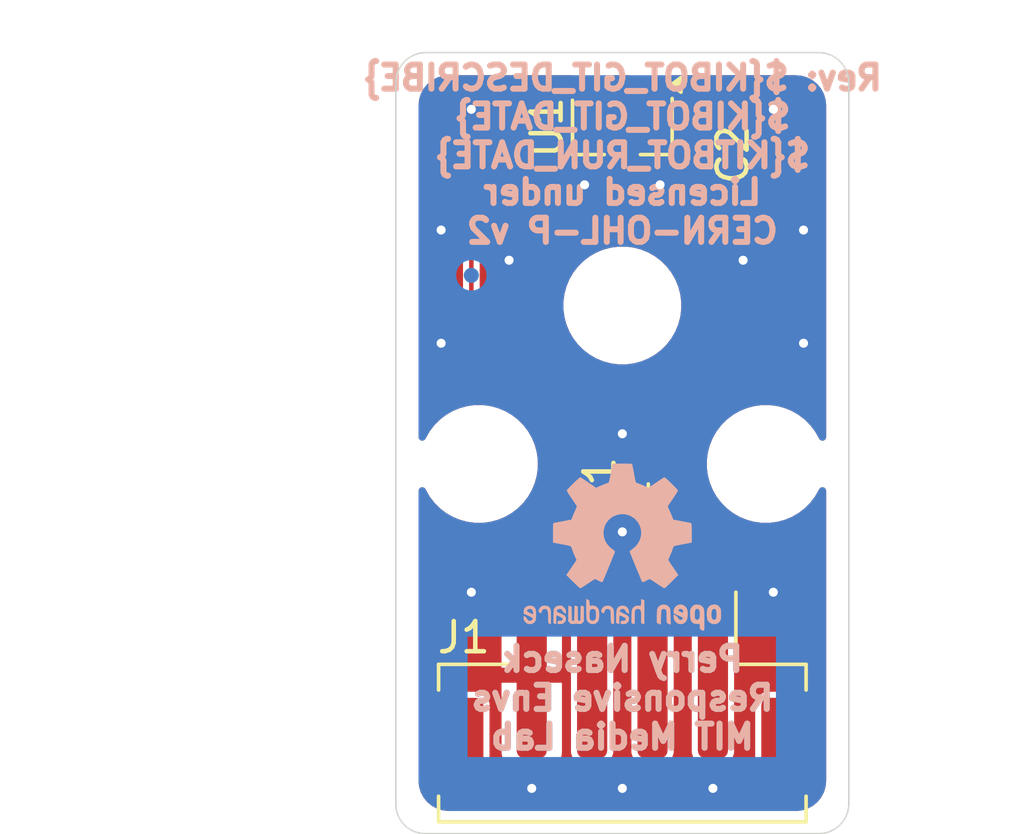
<source format=kicad_pcb>
(kicad_pcb (version 20240108) (generator "pcbnew") (generator_version "8.0")
  (title_block (title "Generic Pan Tilt Home Sensor PCB") (date "${KIBOT_GIT_DATE} ${KITBOT_RUN_DATE}") (rev "${KIBOT_GIT_DESCRIBE}") (company "Responsive Environments, MIT Media Lab") (comment 1 "Perry Naseck") (comment 2 "https://github.com/mitmedialab/generic-pan-tilt-pcb/") (comment 3 "Licensed under CERN-OHL-P v2 or later") (comment 4 "© MIT Media Lab 2024") (comment 5 "This source describes Open Hardware and is licensed under the CERN-OHL-P v2 or later. You may redistribute and modify this documentation and make products using it under the terms of the CERN-OHL-P v2 (https:/cern.ch/cern-ohl). This documentation is distributed WITHOUT ANY EXPRESS OR IMPLIED WARRANTY, INCLUDING OF MERCHANTABILITY, SATISFACTORY QUALITY AND FITNESS FOR A PARTICULAR PURPOSE. Please see the CERN-OHL-P v2 for applicable conditions"))
  (layers (0 "F.Cu" mixed) (31 "B.Cu" mixed) (34 "B.Paste" user) (35 "F.Paste" user) (36 "B.SilkS" user "B.Silkscreen") (37 "F.SilkS" user "F.Silkscreen") (38 "B.Mask" user) (39 "F.Mask" user) (44 "Edge.Cuts" user))
  (net 0 "")
  (net 1 "GND")
  (net 2 "+3V3")
  (net 3 "/REF_1")
  (net 4 "/REF_2")
  (footprint "Package_TO_SOT_SMD:SC-59" (layer "F.Cu") (at 105 89.05 -90)
    (property "Reference" "U1" (at 0.05 2.5 90) (layer "F.SilkS"))
    (property "Value" "AH1806-W")
    (fp_line (start -0.85 1.65) (end 0.95 1.65) (stroke (width 0.12)) (layer "F.SilkS"))
    (fp_line (start 0.95 1.65) (end 0.95 0.6) (stroke (width 0.12)) (layer "F.SilkS"))
    (fp_line (start -0.91 -1.65) (end 0.95 -1.65) (stroke (width 0.12)) (layer "F.SilkS"))
    (fp_line (start 0.95 -1.65) (end 0.95 -0.6) (stroke (width 0.12)) (layer "F.SilkS"))
    (fp_poly (pts (xy -1.36 -1.611676) (xy -1.12 -1.941676) (xy -1.6 -1.941676) (xy -1.36 -1.611676)) (stroke (width 0.12)) (fill solid) (layer "F.SilkS"))
    (pad "1" smd roundrect (at -1.2 -0.95 270) (size 0.9 0.8) (layers "F.Cu" "F.Paste" "F.Mask") (net 2 "+3V3"))
    (pad "2" smd roundrect (at -1.2 0.95 270) (size 0.9 0.8) (layers "F.Cu" "F.Paste" "F.Mask") (net 3 "/REF_1"))
    (pad "3" smd roundrect (at 1.2 0 270) (size 0.9 0.8) (layers "F.Cu" "F.Paste" "F.Mask") (net 1 "GND"))
  )
  (footprint "Capacitor_SMD:C_0402_1005Metric" (layer "F.Cu") (at 105.5 101.02 90)
    (property "Reference" "C1" (at 0.02 -1.25 -90) (layer "F.SilkS"))
    (property "Value" "1µF 16V")
    (fp_line (start -0.107836 -0.36) (end 0.107836 -0.36) (stroke (width 0.12)) (layer "F.SilkS"))
    (fp_line (start -0.107836 0.36) (end 0.107836 0.36) (stroke (width 0.12)) (layer "F.SilkS"))
    (pad "1" smd roundrect (at -0.48 0 90) (size 0.56 0.62) (layers "F.Cu" "F.Paste" "F.Mask") (net 2 "+3V3"))
    (pad "2" smd roundrect (at 0.48 0 90) (size 0.56 0.62) (layers "F.Cu" "F.Paste" "F.Mask") (net 1 "GND"))
  )
  (footprint "MountingHole:MountingHole_3.2mm_M3" (layer "F.Cu") (at 100.25 100.25)
    (property "Reference" "H2" (hide yes))
    (property "Value" "MountingHole")
    (pad "" np_thru_hole circle (at 0 0) (size 3.2 3.2) (drill 3.2) (layers "*.Cu" "*.Mask"))
  )
  (footprint "Fiducial:Fiducial_0.5mm_Mask1mm" (layer "F.Cu") (at 99.25 89.75)
    (property "Reference" "FID1" (hide yes))
    (property "Value" "Fiducial")
    (pad "" smd circle (at 0 0) (size 0.5 0.5) (layers "F.Cu" "F.Mask") (clearance 0.25))
  )
  (footprint "Capacitor_SMD:C_0402_1005Metric" (layer "F.Cu") (at 107.5 90 -90)
    (property "Reference" "C2" (at 0 -1.16 90) (layer "F.SilkS"))
    (property "Value" "0.1µF 16V")
    (fp_line (start -0.107836 0.36) (end 0.107836 0.36) (stroke (width 0.12)) (layer "F.SilkS"))
    (fp_line (start -0.107836 -0.36) (end 0.107836 -0.36) (stroke (width 0.12)) (layer "F.SilkS"))
    (pad "1" smd roundrect (at -0.48 0 270) (size 0.56 0.62) (layers "F.Cu" "F.Paste" "F.Mask") (net 2 "+3V3"))
    (pad "2" smd roundrect (at 0.48 0 270) (size 0.56 0.62) (layers "F.Cu" "F.Paste" "F.Mask") (net 1 "GND"))
  )
  (footprint "MountingHole:MountingHole_3.2mm_M3" (layer "F.Cu") (at 109.75 100.25)
    (property "Reference" "H3" (hide yes))
    (property "Value" "MountingHole")
    (pad "" np_thru_hole circle (at 0 0) (size 3.2 3.2) (drill 3.2) (layers "*.Cu" "*.Mask"))
  )
  (footprint "Connector_JST:JST_PH_B4B-PH-SM4-TB_1x04-1MP_P2.00mm_Vertical" (layer "F.Cu") (at 105 107.75 180)
    (property "Reference" "J1" (at 5.25 1.75 0) (layer "F.SilkS"))
    (property "Value" "S4B-PH-SM4-TB")
    (fp_line (start 6.085 0.86) (end 3.76 0.86) (stroke (width 0.12)) (layer "F.SilkS"))
    (fp_line (start 6.085 0.01) (end 6.085 0.86) (stroke (width 0.12)) (layer "F.SilkS"))
    (fp_line (start 6.085 -4.36) (end 6.085 -3.51) (stroke (width 0.12)) (layer "F.SilkS"))
    (fp_line (start -3.76 0.86) (end -3.76 3.25) (stroke (width 0.12)) (layer "F.SilkS"))
    (fp_line (start -6.085 0.86) (end -3.76 0.86) (stroke (width 0.12)) (layer "F.SilkS"))
    (fp_line (start -6.085 0.01) (end -6.085 0.86) (stroke (width 0.12)) (layer "F.SilkS"))
    (fp_line (start -6.085 -3.51) (end -6.085 -4.36) (stroke (width 0.12)) (layer "F.SilkS"))
    (fp_line (start -6.085 -4.36) (end 6.085 -4.36) (stroke (width 0.12)) (layer "F.SilkS"))
    (pad "1" smd roundrect (at -3 0.5 180) (size 1 5.5) (layers "F.Cu" "F.Paste" "F.Mask") (net 2 "+3V3"))
    (pad "2" smd roundrect (at -1 0.5 180) (size 1 5.5) (layers "F.Cu" "F.Paste" "F.Mask") (net 3 "/REF_1"))
    (pad "3" smd roundrect (at 1 0.5 180) (size 1 5.5) (layers "F.Cu" "F.Paste" "F.Mask") (net 4 "/REF_2"))
    (pad "4" smd roundrect (at 3 0.5 180) (size 1 5.5) (layers "F.Cu" "F.Paste" "F.Mask") (net 1 "GND"))
    (pad "MP" smd roundrect (at -5.4 -1.75 180) (size 1.6 3) (layers "F.Cu" "F.Paste" "F.Mask") (roundrect_rratio 0.15625))
    (pad "MP" smd roundrect (at 5.4 -1.75 180) (size 1.6 3) (layers "F.Cu" "F.Paste" "F.Mask") (roundrect_rratio 0.15625))
  )
  (footprint "MountingHole:MountingHole_3.2mm_M3" (layer "F.Cu") (at 105 95)
    (property "Reference" "H1" (hide yes))
    (property "Value" "MountingHole" (hide yes))
    (pad "" np_thru_hole circle (at 0 0) (size 3.2 3.2) (drill 3.2) (layers "*.Cu" "*.Mask"))
  )
  (footprint "Fiducial:Fiducial_0.5mm_Mask1mm" (layer "B.Cu") (at 100 94 180)
    (property "Reference" "FID2" (hide yes))
    (property "Value" "Fiducial")
    (pad "" smd circle (at 0 0 180) (size 0.5 0.5) (layers "B.Cu" "B.Mask") (clearance 0.25))
  )
  (footprint "Symbol:OSHW-Logo2_7.3x6mm_SilkScreen" (layer "B.Cu") (at 105 103 180)
    (property "Reference" "SYM1" (hide yes))
    (property "Value" "Logo_Open_Hardware_Small" (hide yes))
    (fp_poly (pts (xy 2.6526 -1.958752) (xy 2.669948 -1.966334) (xy 2.711356 -1.999128) (xy 2.746765 -2.046547) (xy 2.768664 -2.097151) (xy 2.772229 -2.122098) (xy 2.760279 -2.156927) (xy 2.734067 -2.175357) (xy 2.705964 -2.186516) (xy 2.693095 -2.188572) (xy 2.686829 -2.173649) (xy 2.674456 -2.141175) (xy 2.669028 -2.126502) (xy 2.63859 -2.075744) (xy 2.59452 -2.050427) (xy 2.53801 -2.051206) (xy 2.533825 -2.052203) (xy 2.503655 -2.066507) (xy 2.481476 -2.094393) (xy 2.466327 -2.139287) (xy 2.45725 -2.204615) (xy 2.453286 -2.293804) (xy 2.452914 -2.341261) (xy 2.45273 -2.416071) (xy 2.451522 -2.467069) (xy 2.448309 -2.499471) (xy 2.442109 -2.518495) (xy 2.43194 -2.529356) (xy 2.416819 -2.537272) (xy 2.415946 -2.53767) (xy 2.386828 -2.549981) (xy 2.372403 -2.554514) (xy 2.370186 -2.540809) (xy 2.368289 -2.502925) (xy 2.366847 -2.445715) (xy 2.365998 -2.374027) (xy 2.365829 -2.321565) (xy 2.366692 -2.220047) (xy 2.37007 -2.143032) (xy 2.377142 -2.086023) (xy 2.389088 -2.044526) (xy 2.40709 -2.014043) (xy 2.432327 -1.99008) (xy 2.457247 -1.973355) (xy 2.517171 -1.951097) (xy 2.586911 -1.946076) (xy 2.6526 -1.958752)) (stroke (width 0.01)) (fill solid) (layer "B.SilkS"))
    (fp_poly (pts (xy -1.283907 -1.92778) (xy -1.237328 -1.954723) (xy -1.204943 -1.981466) (xy -1.181258 -2.009484) (xy -1.164941 -2.043748) (xy -1.154661 -2.089227) (xy -1.149086 -2.150892) (xy -1.146884 -2.233711) (xy -1.146629 -2.293246) (xy -1.146629 -2.512391) (xy -1.208314 -2.540044) (xy -1.27 -2.567697) (xy -1.277257 -2.32767) (xy -1.280256 -2.238028) (xy -1.283402 -2.172962) (xy -1.287299 -2.128026) (xy -1.292553 -2.09877) (xy -1.299769 -2.080748) (xy -1.30955 -2.069511) (xy -1.312688 -2.067079) (xy -1.360239 -2.048083) (xy -1.408303 -2.0556) (xy -1.436914 -2.075543) (xy -1.448553 -2.089675) (xy -1.456609 -2.10822) (xy -1.461729 -2.136334) (xy -1.464559 -2.179173) (xy -1.465744 -2.241895) (xy -1.465943 -2.307261) (xy -1.465982 -2.389268) (xy -1.467386 -2.447316) (xy -1.472086 -2.486465) (xy -1.482013 -2.51178) (xy -1.499097 -2.528323) (xy -1.525268 -2.541156) (xy -1.560225 -2.554491) (xy -1.598404 -2.569007) (xy -1.593859 -2.311389) (xy -1.592029 -2.218519) (xy -1.589888 -2.149889) (xy -1.586819 -2.100711) (xy -1.582206 -2.066198) (xy -1.575432 -2.041562) (xy -1.565881 -2.022016) (xy -1.554366 -2.00477) (xy -1.49881 -1.94968) (xy -1.43102 -1.917822) (xy -1.357287 -1.910191) (xy -1.283907 -1.92778)) (stroke (width 0.01)) (fill solid) (layer "B.SilkS"))
    (fp_poly (pts (xy 0.529926 -1.949755) (xy 0.595858 -1.974084) (xy 0.649273 -2.017117) (xy 0.670164 -2.047409) (xy 0.692939 -2.102994) (xy 0.692466 -2.143186) (xy 0.668562 -2.170217) (xy 0.659717 -2.174813) (xy 0.62153 -2.189144) (xy 0.602028 -2.185472) (xy 0.595422 -2.161407) (xy 0.595086 -2.148114) (xy 0.582992 -2.09921) (xy 0.551471 -2.064999) (xy 0.507659 -2.048476) (xy 0.458695 -2.052634) (xy 0.418894 -2.074227) (xy 0.40545 -2.086544) (xy 0.395921 -2.101487) (xy 0.389485 -2.124075) (xy 0.385317 -2.159328) (xy 0.382597 -2.212266) (xy 0.380502 -2.287907) (xy 0.37996 -2.311857) (xy 0.377981 -2.39379) (xy 0.375731 -2.451455) (xy 0.372357 -2.489608) (xy 0.367006 -2.513004) (xy 0.358824 -2.526398) (xy 0.346959 -2.534545) (xy 0.339362 -2.538144) (xy 0.307102 -2.550452) (xy 0.288111 -2.554514) (xy 0.281836 -2.540948) (xy 0.278006 -2.499934) (xy 0.2766 -2.430999) (xy 0.277598 -2.333669) (xy 0.277908 -2.318657) (xy 0.280101 -2.229859) (xy 0.282693 -2.165019) (xy 0.286382 -2.119067) (xy 0.291864 -2.086935) (xy 0.299835 -2.063553) (xy 0.310993 -2.043852) (xy 0.31683 -2.03541) (xy 0.350296 -1.998057) (xy 0.387727 -1.969003) (xy 0.392309 -1.966467) (xy 0.459426 -1.946443) (xy 0.529926 -1.949755)) (stroke (width 0.01)) (fill solid) (layer "B.SilkS"))
    (fp_poly (pts (xy 1.779833 -1.958663) (xy 1.782048 -1.99685) (xy 1.783784 -2.054886) (xy 1.784899 -2.12818) (xy 1.785257 -2.205055) (xy 1.785257 -2.465196) (xy 1.739326 -2.511127) (xy 1.707675 -2.539429) (xy 1.67989 -2.550893) (xy 1.641915 -2.550168) (xy 1.62684 -2.548321) (xy 1.579726 -2.542948) (xy 1.540756 -2.539869) (xy 1.531257 -2.539585) (xy 1.499233 -2.541445) (xy 1.453432 -2.546114) (xy 1.435674 -2.548321) (xy 1.392057 -2.551735) (xy 1.362745 -2.54432) (xy 1.33368 -2.521427) (xy 1.323188 -2.511127) (xy 1.277257 -2.465196) (xy 1.277257 -1.978602) (xy 1.314226 -1.961758) (xy 1.346059 -1.949282) (xy 1.364683 -1.944914) (xy 1.369458 -1.958718) (xy 1.373921 -1.997286) (xy 1.377775 -2.056356) (xy 1.380722 -2.131663) (xy 1.382143 -2.195286) (xy 1.386114 -2.445657) (xy 1.420759 -2.450556) (xy 1.452268 -2.447131) (xy 1.467708 -2.436041) (xy 1.472023 -2.415308) (xy 1.475708 -2.371145) (xy 1.478469 -2.309146) (xy 1.480012 -2.234909) (xy 1.480235 -2.196706) (xy 1.480457 -1.976783) (xy 1.526166 -1.960849) (xy 1.558518 -1.950015) (xy 1.576115 -1.944962) (xy 1.576623 -1.944914) (xy 1.578388 -1.958648) (xy 1.580329 -1.99673) (xy 1.582282 -2.054482) (xy 1.584084 -2.127227) (xy 1.585343 -2.195286) (xy 1.589314 -2.445657) (xy 1.6764 -2.445657) (xy 1.680396 -2.21724) (xy 1.684392 -1.988822) (xy 1.726847 -1.966868) (xy 1.758192 -1.951793) (xy 1.776744 -1.944951) (xy 1.777279 -1.944914) (xy 1.779833 -1.958663)) (stroke (width 0.01)) (fill solid) (layer "B.SilkS"))
    (fp_poly (pts (xy -0.624114 -1.851289) (xy -0.619861 -1.910613) (xy -0.614975 -1.945572) (xy -0.608205 -1.96082) (xy -0.598298 -1.961015) (xy -0.595086 -1.959195) (xy -0.552356 -1.946015) (xy -0.496773 -1.946785) (xy -0.440263 -1.960333) (xy -0.404918 -1.977861) (xy -0.368679 -2.005861) (xy -0.342187 -2.037549) (xy -0.324001 -2.077813) (xy -0.312678 -2.131543) (xy -0.306778 -2.203626) (xy -0.304857 -2.298951) (xy -0.304823 -2.317237) (xy -0.3048 -2.522646) (xy -0.350509 -2.53858) (xy -0.382973 -2.54942) (xy -0.400785 -2.554468) (xy -0.401309 -2.554514) (xy -0.403063 -2.540828) (xy -0.404556 -2.503076) (xy -0.405674 -2.446224) (xy -0.406303 -2.375234) (xy -0.4064 -2.332073) (xy -0.406602 -2.246973) (xy -0.407642 -2.185981) (xy -0.410169 -2.144177) (xy -0.414836 -2.116642) (xy -0.422293 -2.098456) (xy -0.433189 -2.084698) (xy -0.439993 -2.078073) (xy -0.486728 -2.051375) (xy -0.537728 -2.049375) (xy -0.583999 -2.071955) (xy -0.592556 -2.080107) (xy -0.605107 -2.095436) (xy -0.613812 -2.113618) (xy -0.619369 -2.139909) (xy -0.622474 -2.179562) (xy -0.623824 -2.237832) (xy -0.624114 -2.318173) (xy -0.624114 -2.522646) (xy -0.669823 -2.53858) (xy -0.702287 -2.54942) (xy -0.720099 -2.554468) (xy -0.720623 -2.554514) (xy -0.721963 -2.540623) (xy -0.723172 -2.501439) (xy -0.724199 -2.4407) (xy -0.724998 -2.362141) (xy -0.725519 -2.269498) (xy -0.725714 -2.166509) (xy -0.725714 -1.769342) (xy -0.678543 -1.749444) (xy -0.631371 -1.729547) (xy -0.624114 -1.851289)) (stroke (width 0.01)) (fill solid) (layer "B.SilkS"))
    (fp_poly (pts (xy -2.958885 -1.921962) (xy -2.890855 -1.957733) (xy -2.840649 -2.015301) (xy -2.822815 -2.052312) (xy -2.808937 -2.107882) (xy -2.801833 -2.178096) (xy -2.80116 -2.254727) (xy -2.806573 -2.329552) (xy -2.81773 -2.394342) (xy -2.834286 -2.440873) (xy -2.839374 -2.448887) (xy -2.899645 -2.508707) (xy -2.971231 -2.544535) (xy -3.048908 -2.55502) (xy -3.127452 -2.53881) (xy -3.149311 -2.529092) (xy -3.191878 -2.499143) (xy -3.229237 -2.459433) (xy -3.232768 -2.454397) (xy -3.247119 -2.430124) (xy -3.256606 -2.404178) (xy -3.26221 -2.370022) (xy -3.264914 -2.321119) (xy -3.265701 -2.250935) (xy -3.265714 -2.2352) (xy -3.265678 -2.230192) (xy -3.120571 -2.230192) (xy -3.119727 -2.29643) (xy -3.116404 -2.340386) (xy -3.109417 -2.368779) (xy -3.097584 -2.388325) (xy -3.091543 -2.394857) (xy -3.056814 -2.41968) (xy -3.023097 -2.418548) (xy -2.989005 -2.397016) (xy -2.968671 -2.374029) (xy -2.956629 -2.340478) (xy -2.949866 -2.287569) (xy -2.949402 -2.281399) (xy -2.948248 -2.185513) (xy -2.960312 -2.114299) (xy -2.98543 -2.068194) (xy -3.02344 -2.047635) (xy -3.037008 -2.046514) (xy -3.072636 -2.052152) (xy -3.097006 -2.071686) (xy -3.111907 -2.109042) (xy -3.119125 -2.16815) (xy -3.120571 -2.230192) (xy -3.265678 -2.230192) (xy -3.265174 -2.160413) (xy -3.262904 -2.108159) (xy -3.257932 -2.071949) (xy -3.249287 -2.045299) (xy -3.235995 -2.021722) (xy -3.233057 -2.017338) (xy -3.183687 -1.958249) (xy -3.129891 -1.923947) (xy -3.064398 -1.910331) (xy -3.042158 -1.909665) (xy -2.958885 -1.921962)) (stroke (width 0.01)) (fill solid) (layer "B.SilkS"))
    (fp_poly (pts (xy 3.153595 -1.966966) (xy 3.211021 -2.004497) (xy 3.238719 -2.038096) (xy 3.260662 -2.099064) (xy 3.262405 -2.147308) (xy 3.258457 -2.211816) (xy 3.109686 -2.276934) (xy 3.037349 -2.310202) (xy 2.990084 -2.336964) (xy 2.965507 -2.360144) (xy 2.961237 -2.382667) (xy 2.974889 -2.407455) (xy 2.989943 -2.423886) (xy 3.033746 -2.450235) (xy 3.081389 -2.452081) (xy 3.125145 -2.431546) (xy 3.157289 -2.390752) (xy 3.163038 -2.376347) (xy 3.190576 -2.331356) (xy 3.222258 -2.312182) (xy 3.265714 -2.295779) (xy 3.265714 -2.357966) (xy 3.261872 -2.400283) (xy 3.246823 -2.435969) (xy 3.21528 -2.476943) (xy 3.210592 -2.482267) (xy 3.175506 -2.51872) (xy 3.145347 -2.538283) (xy 3.107615 -2.547283) (xy 3.076335 -2.55023) (xy 3.020385 -2.550965) (xy 2.980555 -2.54166) (xy 2.955708 -2.527846) (xy 2.916656 -2.497467) (xy 2.889625 -2.464613) (xy 2.872517 -2.423294) (xy 2.863238 -2.367521) (xy 2.859693 -2.291305) (xy 2.85941 -2.252622) (xy 2.860372 -2.206247) (xy 2.948007 -2.206247) (xy 2.949023 -2.231126) (xy 2.951556 -2.2352) (xy 2.968274 -2.229665) (xy 3.004249 -2.215017) (xy 3.052331 -2.19419) (xy 3.062386 -2.189714) (xy 3.123152 -2.158814) (xy 3.156632 -2.131657) (xy 3.16399 -2.10622) (xy 3.146391 -2.080481) (xy 3.131856 -2.069109) (xy 3.07941 -2.046364) (xy 3.030322 -2.050122) (xy 2.989227 -2.077884) (xy 2.960758 -2.127152) (xy 2.951631 -2.166257) (xy 2.948007 -2.206247) (xy 2.860372 -2.206247) (xy 2.861285 -2.162249) (xy 2.868196 -2.095384) (xy 2.881884 -2.046695) (xy 2.904096 -2.010849) (xy 2.936574 -1.982513) (xy 2.950733 -1.973355) (xy 3.015053 -1.949507) (xy 3.085473 -1.948006) (xy 3.153595 -1.966966)) (stroke (width 0.01)) (fill solid) (layer "B.SilkS"))
    (fp_poly (pts (xy 1.190117 -2.065358) (xy 1.189933 -2.173837) (xy 1.189219 -2.257287) (xy 1.187675 -2.319704) (xy 1.185001 -2.365085) (xy 1.180894 -2.397429) (xy 1.175055 -2.420733) (xy 1.167182 -2.438995) (xy 1.161221 -2.449418) (xy 1.111855 -2.505945) (xy 1.049264 -2.541377) (xy 0.980013 -2.55409) (xy 0.910668 -2.542463) (xy 0.869375 -2.521568) (xy 0.826025 -2.485422) (xy 0.796481 -2.441276) (xy 0.778655 -2.383462) (xy 0.770463 -2.306313) (xy 0.769302 -2.249714) (xy 0.769458 -2.245647) (xy 0.870857 -2.245647) (xy 0.871476 -2.31055) (xy 0.874314 -2.353514) (xy 0.88084 -2.381622) (xy 0.892523 -2.401953) (xy 0.906483 -2.417288) (xy 0.953365 -2.44689) (xy 1.003701 -2.449419) (xy 1.051276 -2.424705) (xy 1.054979 -2.421356) (xy 1.070783 -2.403935) (xy 1.080693 -2.383209) (xy 1.086058 -2.352362) (xy 1.088228 -2.304577) (xy 1.088571 -2.251748) (xy 1.087827 -2.185381) (xy 1.084748 -2.141106) (xy 1.078061 -2.112009) (xy 1.066496 -2.091173) (xy 1.057013 -2.080107) (xy 1.01296 -2.052198) (xy 0.962224 -2.048843) (xy 0.913796 -2.070159) (xy 0.90445 -2.078073) (xy 0.88854 -2.095647) (xy 0.87861 -2.116587) (xy 0.873278 -2.147782) (xy 0.871163 -2.196122) (xy 0.870857 -2.245647) (xy 0.769458 -2.245647) (xy 0.77281 -2.158568) (xy 0.784726 -2.090086) (xy 0.807135 -2.0386) (xy 0.842124 -1.998443) (xy 0.869375 -1.977861) (xy 0.918907 -1.955625) (xy 0.976316 -1.945304) (xy 1.029682 -1.948067) (xy 1.059543 -1.959212) (xy 1.071261 -1.962383) (xy 1.079037 -1.950557) (xy 1.084465 -1.918866) (xy 1.088571 -1.870593) (xy 1.093067 -1.816829) (xy 1.099313 -1.784482) (xy 1.110676 -1.765985) (xy 1.130528 -1.75377) (xy 1.143 -1.748362) (xy 1.190171 -1.728601) (xy 1.190117 -2.065358)) (stroke (width 0.01)) (fill solid) (layer "B.SilkS"))
    (fp_poly (pts (xy -1.831697 -1.931239) (xy -1.774473 -1.969735) (xy -1.730251 -2.025335) (xy -1.703833 -2.096086) (xy -1.69849 -2.148162) (xy -1.699097 -2.169893) (xy -1.704178 -2.186531) (xy -1.718145 -2.201437) (xy -1.745411 -2.217973) (xy -1.790388 -2.239498) (xy -1.857489 -2.269374) (xy -1.857829 -2.269524) (xy -1.919593 -2.297813) (xy -1.970241 -2.322933) (xy -2.004596 -2.342179) (xy -2.017482 -2.352848) (xy -2.017486 -2.352934) (xy -2.006128 -2.376166) (xy -1.979569 -2.401774) (xy -1.949077 -2.420221) (xy -1.93363 -2.423886) (xy -1.891485 -2.411212) (xy -1.855192 -2.379471) (xy -1.837483 -2.344572) (xy -1.820448 -2.318845) (xy -1.787078 -2.289546) (xy -1.747851 -2.264235) (xy -1.713244 -2.250471) (xy -1.706007 -2.249714) (xy -1.697861 -2.26216) (xy -1.69737 -2.293972) (xy -1.703357 -2.336866) (xy -1.714643 -2.382558) (xy -1.73005 -2.422761) (xy -1.730829 -2.424322) (xy -1.777196 -2.489062) (xy -1.837289 -2.533097) (xy -1.905535 -2.554711) (xy -1.976362 -2.552185) (xy -2.044196 -2.523804) (xy -2.047212 -2.521808) (xy -2.100573 -2.473448) (xy -2.13566 -2.410352) (xy -2.155078 -2.327387) (xy -2.157684 -2.304078) (xy -2.162299 -2.194055) (xy -2.156767 -2.142748) (xy -2.017486 -2.142748) (xy -2.015676 -2.174753) (xy -2.005778 -2.184093) (xy -1.981102 -2.177105) (xy -1.942205 -2.160587) (xy -1.898725 -2.139881) (xy -1.897644 -2.139333) (xy -1.860791 -2.119949) (xy -1.846 -2.107013) (xy -1.849647 -2.093451) (xy -1.865005 -2.075632) (xy -1.904077 -2.049845) (xy -1.946154 -2.04795) (xy -1.983897 -2.066717) (xy -2.009966 -2.102915) (xy -2.017486 -2.142748) (xy -2.156767 -2.142748) (xy -2.152806 -2.106027) (xy -2.12845 -2.036212) (xy -2.094544 -1.987302) (xy -2.033347 -1.937878) (xy -1.965937 -1.913359) (xy -1.89712 -1.911797) (xy -1.831697 -1.931239)) (stroke (width 0.01)) (fill solid) (layer "B.SilkS"))
    (fp_poly (pts (xy 0.039744 -1.950968) (xy 0.096616 -1.972087) (xy 0.097267 -1.972493) (xy 0.13244 -1.99838) (xy 0.158407 -2.028633) (xy 0.17667 -2.068058) (xy 0.188732 -2.121462) (xy 0.196096 -2.193651) (xy 0.200264 -2.289432) (xy 0.200629 -2.303078) (xy 0.205876 -2.508842) (xy 0.161716 -2.531678) (xy 0.129763 -2.54711) (xy 0.11047 -2.554423) (xy 0.109578 -2.554514) (xy 0.106239 -2.541022) (xy 0.103587 -2.504626) (xy 0.101956 -2.451452) (xy 0.1016 -2.408393) (xy 0.101592 -2.338641) (xy 0.098403 -2.294837) (xy 0.087288 -2.273944) (xy 0.063501 -2.272925) (xy 0.022296 -2.288741) (xy -0.039914 -2.317815) (xy -0.085659 -2.341963) (xy -0.109187 -2.362913) (xy -0.116104 -2.385747) (xy -0.116114 -2.386877) (xy -0.104701 -2.426212) (xy -0.070908 -2.447462) (xy -0.019191 -2.450539) (xy 0.018061 -2.450006) (xy 0.037703 -2.460735) (xy 0.049952 -2.486505) (xy 0.057002 -2.519337) (xy 0.046842 -2.537966) (xy 0.043017 -2.540632) (xy 0.007001 -2.55134) (xy -0.043434 -2.552856) (xy -0.095374 -2.545759) (xy -0.132178 -2.532788) (xy -0.183062 -2.489585) (xy -0.211986 -2.429446) (xy -0.217714 -2.382462) (xy -0.213343 -2.340082) (xy -0.197525 -2.305488) (xy -0.166203 -2.274763) (xy -0.115322 -2.24399) (xy -0.040824 -2.209252) (xy -0.036286 -2.207288) (xy 0.030821 -2.176287) (xy 0.072232 -2.150862) (xy 0.089981 -2.128014) (xy 0.086107 -2.104745) (xy 0.062643 -2.078056) (xy 0.055627 -2.071914) (xy 0.00863 -2.0481) (xy -0.040067 -2.049103) (xy -0.082478 -2.072451) (xy -0.110616 -2.115675) (xy -0.113231 -2.12416) (xy -0.138692 -2.165308) (xy -0.170999 -2.185128) (xy -0.217714 -2.20477) (xy -0.217714 -2.15395) (xy -0.203504 -2.080082) (xy -0.161325 -2.012327) (xy -0.139376 -1.989661) (xy -0.089483 -1.960569) (xy -0.026033 -1.9474) (xy 0.039744 -1.950968)) (stroke (width 0.01)) (fill solid) (layer "B.SilkS"))
    (fp_poly (pts (xy 2.144876 -1.956335) (xy 2.186667 -1.975344) (xy 2.219469 -1.998378) (xy 2.243503 -2.024133) (xy 2.260097 -2.057358) (xy 2.270577 -2.1028) (xy 2.276271 -2.165207) (xy 2.278507 -2.249327) (xy 2.278743 -2.304721) (xy 2.278743 -2.520826) (xy 2.241774 -2.53767) (xy 2.212656 -2.549981) (xy 2.198231 -2.554514) (xy 2.195472 -2.541025) (xy 2.193282 -2.504653) (xy 2.191942 -2.451542) (xy 2.191657 -2.409372) (xy 2.190434 -2.348447) (xy 2.187136 -2.300115) (xy 2.182321 -2.270518) (xy 2.178496 -2.264229) (xy 2.152783 -2.270652) (xy 2.112418 -2.287125) (xy 2.065679 -2.309458) (xy 2.020845 -2.333457) (xy 1.986193 -2.35493) (xy 1.970002 -2.369685) (xy 1.969938 -2.369845) (xy 1.97133 -2.397152) (xy 1.983818 -2.423219) (xy 2.005743 -2.444392) (xy 2.037743 -2.451474) (xy 2.065092 -2.450649) (xy 2.103826 -2.450042) (xy 2.124158 -2.459116) (xy 2.136369 -2.483092) (xy 2.137909 -2.487613) (xy 2.143203 -2.521806) (xy 2.129047 -2.542568) (xy 2.092148 -2.552462) (xy 2.052289 -2.554292) (xy 1.980562 -2.540727) (xy 1.943432 -2.521355) (xy 1.897576 -2.475845) (xy 1.873256 -2.419983) (xy 1.871073 -2.360957) (xy 1.891629 -2.305953) (xy 1.922549 -2.271486) (xy 1.95342 -2.252189) (xy 2.001942 -2.227759) (xy 2.058485 -2.202985) (xy 2.06791 -2.199199) (xy 2.130019 -2.171791) (xy 2.165822 -2.147634) (xy 2.177337 -2.123619) (xy 2.16658 -2.096635) (xy 2.148114 -2.075543) (xy 2.104469 -2.049572) (xy 2.056446 -2.047624) (xy 2.012406 -2.067637) (xy 1.980709 -2.107551) (xy 1.976549 -2.117848) (xy 1.952327 -2.155724) (xy 1.916965 -2.183842) (xy 1.872343 -2.206917) (xy 1.872343 -2.141485) (xy 1.874969 -2.101506) (xy 1.88623 -2.069997) (xy 1.911199 -2.036378) (xy 1.935169 -2.010484) (xy 1.972441 -1.973817) (xy 2.001401 -1.954121) (xy 2.032505 -1.94622) (xy 2.067713 -1.944914) (xy 2.144876 -1.956335)) (stroke (width 0.01)) (fill solid) (layer "B.SilkS"))
    (fp_poly (pts (xy -2.400256 -1.919918) (xy -2.344799 -1.947568) (xy -2.295852 -1.99848) (xy -2.282371 -2.017338) (xy -2.267686 -2.042015) (xy -2.258158 -2.068816) (xy -2.252707 -2.104587) (xy -2.250253 -2.156169) (xy -2.249714 -2.224267) (xy -2.252148 -2.317588) (xy -2.260606 -2.387657) (xy -2.276826 -2.439931) (xy -2.302546 -2.479869) (xy -2.339503 -2.512929) (xy -2.342218 -2.514886) (xy -2.37864 -2.534908) (xy -2.422498 -2.544815) (xy -2.478276 -2.547257) (xy -2.568952 -2.547257) (xy -2.56899 -2.635283) (xy -2.569834 -2.684308) (xy -2.574976 -2.713065) (xy -2.588413 -2.730311) (xy -2.614142 -2.744808) (xy -2.620321 -2.747769) (xy -2.649236 -2.761648) (xy -2.671624 -2.770414) (xy -2.688271 -2.771171) (xy -2.699964 -2.761023) (xy -2.70749 -2.737073) (xy -2.711634 -2.696426) (xy -2.713185 -2.636186) (xy -2.712929 -2.553455) (xy -2.711651 -2.445339) (xy -2.711252 -2.413) (xy -2.709815 -2.301524) (xy -2.708528 -2.228603) (xy -2.569029 -2.228603) (xy -2.568245 -2.290499) (xy -2.56476 -2.330997) (xy -2.556876 -2.357708) (xy -2.542895 -2.378244) (xy -2.533403 -2.38826) (xy -2.494596 -2.417567) (xy -2.460237 -2.419952) (xy -2.424784 -2.39575) (xy -2.423886 -2.394857) (xy -2.409461 -2.376153) (xy -2.400687 -2.350732) (xy -2.396261 -2.311584) (xy -2.394882 -2.251697) (xy -2.394857 -2.23843) (xy -2.398188 -2.155901) (xy -2.409031 -2.098691) (xy -2.42866 -2.063766) (xy -2.45835 -2.048094) (xy -2.475509 -2.046514) (xy -2.516234 -2.053926) (xy -2.544168 -2.07833) (xy -2.560983 -2.12298) (xy -2.56835 -2.19113) (xy -2.569029 -2.228603) (xy -2.708528 -2.228603) (xy -2.708292 -2.215245) (xy -2.706323 -2.150333) (xy -2.70355 -2.102958) (xy -2.699612 -2.06929) (xy -2.694151 -2.045498) (xy -2.686808 -2.027753) (xy -2.677223 -2.012224) (xy -2.673113 -2.006381) (xy -2.618595 -1.951185) (xy -2.549664 -1.91989) (xy -2.469928 -1.911165) (xy -2.400256 -1.919918)) (stroke (width 0.01)) (fill solid) (layer "B.SilkS"))
    (fp_poly (pts (xy 0.10391 2.757652) (xy 0.182454 2.757222) (xy 0.239298 2.756058) (xy 0.278105 2.753793) (xy 0.302538 2.75006) (xy 0.316262 2.744494) (xy 0.32294 2.736727) (xy 0.326236 2.726395) (xy 0.326556 2.725057) (xy 0.331562 2.700921) (xy 0.340829 2.653299) (xy 0.353392 2.587259) (xy 0.368287 2.507872) (xy 0.384551 2.420204) (xy 0.385119 2.417125) (xy 0.40141 2.331211) (xy 0.416652 2.255304) (xy 0.429861 2.193955) (xy 0.440054 2.151718) (xy 0.446248 2.133145) (xy 0.446543 2.132816) (xy 0.464788 2.123747) (xy 0.502405 2.108633) (xy 0.551271 2.090738) (xy 0.551543 2.090642) (xy 0.613093 2.067507) (xy 0.685657 2.038035) (xy 0.754057 2.008403) (xy 0.757294 2.006938) (xy 0.868702 1.956374) (xy 1.115399 2.12484) (xy 1.191077 2.176197) (xy 1.259631 2.222111) (xy 1.317088 2.25997) (xy 1.359476 2.287163) (xy 1.382825 2.301079) (xy 1.385042 2.302111) (xy 1.40201 2.297516) (xy 1.433701 2.275345) (xy 1.481352 2.234553) (xy 1.546198 2.174095) (xy 1.612397 2.109773) (xy 1.676214 2.046388) (xy 1.733329 1.988549) (xy 1.780305 1.939825) (xy 1.813703 1.90379) (xy 1.830085 1.884016) (xy 1.830694 1.882998) (xy 1.832505 1.869428) (xy 1.825683 1.847267) (xy 1.80854 1.813522) (xy 1.779393 1.7652) (xy 1.736555 1.699308) (xy 1.679448 1.614483) (xy 1.628766 1.539823) (xy 1.583461 1.47286) (xy 1.54615 1.417484) (xy 1.519452 1.37758) (xy 1.505985 1.357038) (xy 1.505137 1.355644) (xy 1.506781 1.335962) (xy 1.519245 1.297707) (xy 1.540048 1.248111) (xy 1.547462 1.232272) (xy 1.579814 1.16171) (xy 1.614328 1.081647) (xy 1.642365 1.012371) (xy 1.662568 0.960955) (xy 1.678615 0.921881) (xy 1.687888 0.901459) (xy 1.689041 0.899886) (xy 1.706096 0.897279) (xy 1.746298 0.890137) (xy 1.804302 0.879477) (xy 1.874763 0.866315) (xy 1.952335 0.851667) (xy 2.031672 0.836551) (xy 2.107431 0.821982) (xy 2.174264 0.808978) (xy 2.226828 0.798555) (xy 2.259776 0.79173) (xy 2.267857 0.789801) (xy 2.276205 0.785038) (xy 2.282506 0.774282) (xy 2.287045 0.753902) (xy 2.290104 0.720266) (xy 2.291967 0.669745) (xy 2.292918 0.598708) (xy 2.29324 0.503524) (xy 2.293257 0.464508) (xy 2.293257 0.147201) (xy 2.217057 0.132161) (xy 2.174663 0.124005) (xy 2.1114 0.112101) (xy 2.034962 0.097884) (xy 1.953043 0.08279) (xy 1.9304 0.078645) (xy 1.854806 0.063947) (xy 1.788953 0.049495) (xy 1.738366 0.036625) (xy 1.708574 0.026678) (xy 1.703612 0.023713) (xy 1.691426 0.002717) (xy 1.673953 -0.037967) (xy 1.654577 -0.090322) (xy 1.650734 -0.1016) (xy 1.625339 -0.171523) (xy 1.593817 -0.250418) (xy 1.562969 -0.321266) (xy 1.562817 -0.321595) (xy 1.511447 -0.432733) (xy 1.680399 -0.681253) (xy 1.849352 -0.929772) (xy 1.632429 -1.147058) (xy 1.566819 -1.211726) (xy 1.506979 -1.268733) (xy 1.456267 -1.315033) (xy 1.418046 -1.347584) (xy 1.395675 -1.363343) (xy 1.392466 -1.364343) (xy 1.373626 -1.356469) (xy 1.33518 -1.334578) (xy 1.28133 -1.301267) (xy 1.216276 -1.259131) (xy 1.14594 -1.211943) (xy 1.074555 -1.16381) (xy 1.010908 -1.121928) (xy 0.959041 -1.088871) (xy 0.922995 -1.067218) (xy 0.906867 -1.059543) (xy 0.887189 -1.066037) (xy 0.849875 -1.08315) (xy 0.802621 -1.107326) (xy 0.797612 -1.110013) (xy 0.733977 -1.141927) (xy 0.690341 -1.157579) (xy 0.663202 -1.157745) (xy 0.649057 -1.143204) (xy 0.648975 -1.143) (xy 0.641905 -1.125779) (xy 0.625042 -1.084899) (xy 0.599695 -1.023525) (xy 0.567171 -0.944819) (xy 0.528778 -0.851947) (xy 0.485822 -0.748072) (xy 0.444222 -0.647502) (xy 0.398504 -0.536516) (xy 0.356526 -0.433703) (xy 0.319548 -0.342215) (xy 0.288827 -0.265201) (xy 0.265622 -0.205815) (xy 0.25119 -0.167209) (xy 0.246743 -0.1528) (xy 0.257896 -0.136272) (xy 0.287069 -0.10993) (xy 0.325971 -0.080887) (xy 0.436757 0.010961) (xy 0.523351 0.116241) (xy 0.584716 0.232734) (xy 0.619815 0.358224) (xy 0.627608 0.490493) (xy 0.621943 0.551543) (xy 0.591078 0.678205) (xy 0.53792 0.790059) (xy 0.465767 0.885999) (xy 0.377917 0.964924) (xy 0.277665 1.02573) (xy 0.16831 1.067313) (xy 0.053147 1.088572) (xy -0.064525 1.088401) (xy -0.18141 1.065699) (xy -0.294211 1.019362) (xy -0.399631 0.948287) (xy -0.443632 0.908089) (xy -0.528021 0.804871) (xy -0.586778 0.692075) (xy -0.620296 0.57299) (xy -0.628965 0.450905) (xy -0.613177 0.329107) (xy -0.573322 0.210884) (xy -0.509793 0.099525) (xy -0.422979 -0.001684) (xy -0.325971 -0.080887) (xy -0.285563 -0.111162) (xy -0.257018 -0.137219) (xy -0.246743 -0.152825) (xy -0.252123 -0.169843) (xy -0.267425 -0.2105) (xy -0.291388 -0.271642) (xy -0.322756 -0.350119) (xy -0.360268 -0.44278) (xy -0.402667 -0.546472) (xy -0.444337 -0.647526) (xy -0.49031 -0.758607) (xy -0.532893 -0.861541) (xy -0.570779 -0.953165) (xy -0.60266 -1.030316) (xy -0.627229 -1.089831) (xy -0.64318 -1.128544) (xy -0.64909 -1.143) (xy -0.663052 -1.157685) (xy -0.69006 -1.157642) (xy -0.733587 -1.142099) (xy -0.79711 -1.110284) (xy -0.797612 -1.110013) (xy -0.84544 -1.085323) (xy -0.884103 -1.067338) (xy -0.905905 -1.059614) (xy -0.906867 -1.059543) (xy -0.923279 -1.067378) (xy -0.959513 -1.089165) (xy -1.011526 -1.122328) (xy -1.075275 -1.164291) (xy -1.14594 -1.211943) (xy -1.217884 -1.260191) (xy -1.282726 -1.302151) (xy -1.336265 -1.335227) (xy -1.374303 -1.356821) (xy -1.392467 -1.364343) (xy -1.409192 -1.354457) (xy -1.44282 -1.326826) (xy -1.48999 -1.284495) (xy -1.547342 -1.230505) (xy -1.611516 -1.167899) (xy -1.632503 -1.146983) (xy -1.849501 -0.929623) (xy -1.684332 -0.68722) (xy -1.634136 -0.612781) (xy -1.590081 -0.545972) (xy -1.554638 -0.490665) (xy -1.530281 -0.450729) (xy -1.519478 -0.430036) (xy -1.519162 -0.428563) (xy -1.524857 -0.409058) (xy -1.540174 -0.369822) (xy -1.562463 -0.31743) (xy -1.578107 -0.282355) (xy -1.607359 -0.215201) (xy -1.634906 -0.147358) (xy -1.656263 -0.090034) (xy -1.662065 -0.072572) (xy -1.678548 -0.025938) (xy -1.69466 0.010095) (xy -1.70351 0.023713) (xy -1.72304 0.032048) (xy -1.765666 0.043863) (xy -1.825855 0.057819) (xy -1.898078 0.072578) (xy -1.9304 0.078645) (xy -2.012478 0.093727) (xy -2.091205 0.108331) (xy -2.158891 0.12102) (xy -2.20784 0.130358) (xy -2.217057 0.132161) (xy -2.293257 0.147201) (xy -2.293257 0.464508) (xy -2.293086 0.568846) (xy -2.292384 0.647787) (xy -2.290866 0.704962) (xy -2.288251 0.744001) (xy -2.284254 0.768535) (xy -2.278591 0.782195) (xy -2.27098 0.788611) (xy -2.267857 0.789801) (xy -2.249022 0.79402) (xy -2.207412 0.802438) (xy -2.14837 0.814039) (xy -2.077243 0.827805) (xy -1.999375 0.84272) (xy -1.920113 0.857768) (xy -1.844802 0.871931) (xy -1.778787 0.884194) (xy -1.727413 0.893539) (xy -1.696025 0.89895) (xy -1.689041 0.899886) (xy -1.682715 0.912404) (xy -1.66871 0.945754) (xy -1.649645 0.993623) (xy -1.642366 1.012371) (xy -1.613004 1.084805) (xy -1.578429 1.16483) (xy -1.547463 1.232272) (xy -1.524677 1.283841) (xy -1.509518 1.326215) (xy -1.504458 1.352166) (xy -1.505264 1.355644) (xy -1.515959 1.372064) (xy -1.54038 1.408583) (xy -1.575905 1.461313) (xy -1.619913 1.526365) (xy -1.669783 1.599849) (xy -1.679644 1.614355) (xy -1.737508 1.700296) (xy -1.780044 1.765739) (xy -1.808946 1.813696) (xy -1.82591 1.84718) (xy -1.832633 1.869205) (xy -1.83081 1.882783) (xy -1.830764 1.882869) (xy -1.816414 1.900703) (xy -1.784677 1.935183) (xy -1.73899 1.982732) (xy -1.682796 2.039778) (xy -1.619532 2.102745) (xy -1.612398 2.109773) (xy -1.53267 2.18698) (xy -1.471143 2.24367) (xy -1.426579 2.28089) (xy -1.397743 2.299685) (xy -1.385042 2.302111) (xy -1.366506 2.291529) (xy -1.328039 2.267084) (xy -1.273614 2.231388) (xy -1.207202 2.187053) (xy -1.132775 2.136689) (xy -1.115399 2.12484) (xy -0.868703 1.956374) (xy -0.757294 2.006938) (xy -0.689543 2.036405) (xy -0.616817 2.066041) (xy -0.554297 2.08967) (xy -0.551543 2.090642) (xy -0.50264 2.108543) (xy -0.464943 2.12368) (xy -0.446575 2.13279) (xy -0.446544 2.132816) (xy -0.440715 2.149283) (xy -0.430808 2.189781) (xy -0.417805 2.249758) (xy -0.402691 2.32466) (xy -0.386448 2.409936) (xy -0.385119 2.417125) (xy -0.368825 2.504986) (xy -0.353867 2.58474) (xy -0.341209 2.651319) (xy -0.331814 2.699653) (xy -0.326646 2.724675) (xy -0.326556 2.725057) (xy -0.323411 2.735701) (xy -0.317296 2.743738) (xy -0.304547 2.749533) (xy -0.2815 2.753453) (xy -0.244491 2.755865) (xy -0.189856 2.757135) (xy -0.113933 2.757629) (xy -0.013056 2.757714) (xy 0 2.757714) (xy 0.10391 2.757652)) (stroke (width 0.01)) (fill solid) (layer "B.SilkS"))
  )
  (gr_arc (start 98.5 112.5) (mid 97.786303 112.213697) (end 97.5 111.5) (stroke (width 0.05)) (layer "Edge.Cuts"))
  (gr_line (start 112.5 111.5) (end 112.5 87.62) (stroke (width 0.05)) (layer "Edge.Cuts"))
  (gr_arc (start 97.5 87.62) (mid 97.792893 86.912893) (end 98.5 86.62) (stroke (width 0.05)) (layer "Edge.Cuts"))
  (gr_arc (start 111.5 86.62) (mid 112.207107 86.912893) (end 112.5 87.62) (stroke (width 0.05)) (layer "Edge.Cuts"))
  (gr_line (start 97.5 87.62) (end 97.5 111.5) (stroke (width 0.05)) (layer "Edge.Cuts"))
  (gr_line (start 98.5 112.5) (end 111.5 112.5) (stroke (width 0.05)) (layer "Edge.Cuts"))
  (gr_line (start 111.5 86.62) (end 98.5 86.62) (stroke (width 0.05)) (layer "Edge.Cuts"))
  (gr_arc (start 112.5 111.5) (mid 112.207107 112.207107) (end 111.5 112.5) (stroke (width 0.05)) (layer "Edge.Cuts"))
  (gr_text "Perry Naseck\nResponsive Envs\nMIT Media Lab" (at 105 106.25 0) (layer "B.Cu") (effects (font (size 0.8 0.8) (thickness 0.2) (bold yes)) (justify top mirror)))
  (gr_text "Perry Naseck\nResponsive Envs\nMIT Media Lab" (at 105 106.25 0) (layer "B.SilkS") (effects (font (size 0.8 0.8) (thickness 0.2) (bold yes)) (justify top mirror)))
  (gr_text "Licensed under\nCERN-OHL-P v2" (at 105 93 0) (layer "B.SilkS") (effects (font (size 0.8 0.8) (thickness 0.2) (bold yes)) (justify bottom mirror)))
  (gr_text "Rev: ${KIBOT_GIT_DESCRIBE}\n${KIBOT_GIT_DATE}\n${KITBOT_RUN_DATE}" (at 105 90.5 0) (layer "B.SilkS") (effects (font (size 0.8 0.8) (thickness 0.2)) (justify bottom mirror)))
  (via (at 102 111) (size 0.6) (drill 0.3) (layers "F.Cu" "B.Cu") (net 1))
  (via (at 100 104.5) (size 0.6) (drill 0.3) (layers "F.Cu" "B.Cu") (net 1))
  (via (at 105 99.25) (size 0.6) (drill 0.3) (layers "F.Cu" "B.Cu") (net 1))
  (via (at 100 88.5) (size 0.6) (drill 0.3) (layers "F.Cu" "B.Cu") (net 1))
  (via (at 111 96.25) (size 0.6) (drill 0.3) (layers "F.Cu" "B.Cu") (net 1))
  (via (at 105 111) (size 0.6) (drill 0.3) (layers "F.Cu" "B.Cu") (net 1))
  (via (at 111 92.5) (size 0.6) (drill 0.3) (layers "F.Cu" "B.Cu") (net 1))
  (via (at 110 104.5) (size 0.6) (drill 0.3) (layers "F.Cu" "B.Cu") (net 1))
  (via (at 109 93.5) (size 0.6) (drill 0.3) (layers "F.Cu" "B.Cu") (net 1))
  (via (at 99 96.25) (size 0.6) (drill 0.3) (layers "F.Cu" "B.Cu") (net 1))
  (via (at 106.25 91) (size 0.6) (drill 0.3) (layers "F.Cu" "B.Cu") (net 1))
  (via (at 110 88.5) (size 0.6) (drill 0.3) (layers "F.Cu" "B.Cu") (net 1))
  (via (at 101.25 93.5) (size 0.6) (drill 0.3) (layers "F.Cu" "B.Cu") (net 1))
  (via (at 108 111) (size 0.6) (drill 0.3) (layers "F.Cu" "B.Cu") (net 1))
  (via (at 105 102.5) (size 0.6) (drill 0.3) (layers "F.Cu" "B.Cu") (net 1))
  (via (at 103.75 91) (size 0.6) (drill 0.3) (layers "F.Cu" "B.Cu") (net 1))
  (via (at 99 92.5) (size 0.6) (drill 0.3) (layers "F.Cu" "B.Cu") (net 1))
  (segment (start 110 91.75) (end 107.77 89.52) (width 0.2) (layer "F.Cu") (net 2))
  (segment (start 105.95 87.97) (end 107.5 89.52) (width 0.2) (layer "F.Cu") (net 2))
  (segment (start 106.25 102.25) (end 106.25 98.75) (width 0.2) (layer "F.Cu") (net 2))
  (segment (start 108 104) (end 106.25 102.25) (width 0.2) (layer "F.Cu") (net 2))
  (segment (start 105.5 101.5) (end 106.25 102.25) (width 0.2) (layer "F.Cu") (net 2))
  (segment (start 110 91.75) (end 110 95) (width 0.2) (layer "F.Cu") (net 2))
  (segment (start 106.25 98.75) (end 110 95) (width 0.2) (layer "F.Cu") (net 2))
  (segment (start 108 107.25) (end 108 104) (width 0.2) (layer "F.Cu") (net 2))
  (segment (start 100 91.75) (end 103.9 87.85) (width 0.15) (layer "F.Cu") (net 3))
  (segment (start 103.75 102.25) (end 103.75 98.75) (width 0.15) (layer "F.Cu") (net 3))
  (segment (start 100 91.75) (end 100 95) (width 0.15) (layer "F.Cu") (net 3))
  (segment (start 106 104.5) (end 103.75 102.25) (width 0.15) (layer "F.Cu") (net 3))
  (segment (start 103.75 98.75) (end 100 95) (width 0.15) (layer "F.Cu") (net 3))
  (zone (net 1) (net_name "GND") (layers "F&B.Cu") (priority 1) (connect_pads (clearance 0.2)) (min_thickness 0.25) (fill yes (thermal_gap 0.5) (thermal_bridge_width 0.5) (smoothing fillet) (radius 1))
    (polygon (pts (xy 111.75 87.37) (xy 111.75 111.75) (xy 98.25 111.75) (xy 98.25 87.37)))
  )
)
</source>
